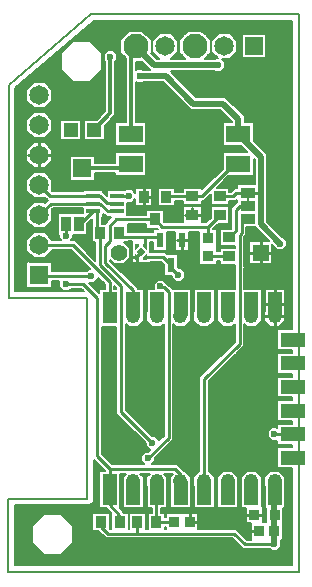
<source format=gbr>
G04 PROTEUS GERBER X2 FILE*
%TF.GenerationSoftware,Labcenter,Proteus,8.16-SP3-Build36097*%
%TF.CreationDate,2024-09-26T16:34:03+00:00*%
%TF.FileFunction,Copper,L1,Top*%
%TF.FilePolarity,Positive*%
%TF.Part,Single*%
%TF.SameCoordinates,{f118cff8-fadb-4bc5-a17f-1c91f2e22e42}*%
%FSLAX45Y45*%
%MOMM*%
G01*
%TA.AperFunction,Conductor*%
%ADD10C,0.254000*%
%ADD11C,0.508000*%
%ADD12C,0.304800*%
%ADD13C,0.203200*%
%TA.AperFunction,ViaPad*%
%ADD14C,0.600000*%
%TA.AperFunction,SMDPad,CuDef*%
%ADD15R,1.200000X2.000000*%
%ADD16R,2.000000X1.200000*%
%TA.AperFunction,ComponentPad*%
%ADD17R,1.484920X1.484920*%
%ADD18C,2.100000*%
%TA.AperFunction,SMDPad,CuDef*%
%ADD19R,2.100000X1.450000*%
%TA.AperFunction,SMDPad,CuDef*%
%ADD70R,0.889000X1.016000*%
%TA.AperFunction,SMDPad,CuDef*%
%ADD71R,0.990600X0.939800*%
%ADD20R,0.939800X0.990600*%
%ADD21R,0.810000X0.940000*%
%ADD22R,0.889000X0.889000*%
%TA.AperFunction,SMDPad,CuDef*%
%ADD23R,0.600000X1.250000*%
%TA.AperFunction,SMDPad,CuDef*%
%ADD24R,0.050000X0.050000*%
%AMPPAD017*
4,1,5,
0.155030,0.230000,
-0.155030,0.230000,
-0.155030,0.000000,
0.074970,-0.230000,
0.155030,-0.230000,
0.155030,0.230000,
0*%
%ADD25PPAD017*%
%AMPPAD018*
4,1,5,
-0.155030,0.230000,
0.155030,0.230000,
0.155030,0.000000,
-0.074970,-0.230000,
-0.155030,-0.230000,
-0.155030,0.230000,
0*%
%ADD26PPAD018*%
%AMPPAD019*
4,1,5,
-0.155030,-0.230000,
0.155030,-0.230000,
0.155030,0.000000,
-0.074970,0.230000,
-0.155030,0.230000,
-0.155030,-0.230000,
0*%
%ADD27PPAD019*%
%AMPPAD020*
4,1,5,
0.155030,-0.230000,
-0.155030,-0.230000,
-0.155030,0.000000,
0.074970,0.230000,
0.155030,0.230000,
0.155030,-0.230000,
0*%
%ADD28PPAD020*%
%AMPPAD021*
4,1,4,
0.000000,0.410000,
0.410000,0.000000,
0.000000,-0.410000,
-0.410000,0.000000,
0.000000,0.410000,
0*%
%ADD29PPAD021*%
%TA.AperFunction,ComponentPad*%
%ADD72C,1.397000*%
%ADD73R,1.397000X1.397000*%
%TA.AperFunction,ComponentPad*%
%ADD30R,1.270000X1.270000*%
%ADD31C,1.240000*%
%TA.AperFunction,SMDPad,CuDef*%
%ADD32R,1.200000X1.200000*%
%ADD33R,1.600000X1.500000*%
%TA.AperFunction,SMDPad,CuDef*%
%ADD34R,0.950000X0.950000*%
%TA.AperFunction,OtherPad,Unknown*%
%ADD35C,1.650000*%
%TA.AperFunction,SMDPad,CuDef*%
%ADD36R,1.150000X0.450000*%
%TA.AperFunction,WasherPad*%
%ADD37R,1.650000X1.650000*%
%TA.AperFunction,ComponentPad*%
%ADD38C,1.650000*%
%TA.AperFunction,SMDPad,CuDef*%
%ADD39R,0.900000X1.300000*%
%ADD40R,1.300000X0.900000*%
%TA.AperFunction,Profile*%
%ADD41C,0.177800*%
%TD.AperFunction*%
%TA.AperFunction,Conductor*%
G36*
X+1731838Y+2669999D02*
X+1605388Y+2669999D01*
X+1605388Y+2494121D01*
X+1731838Y+2494121D01*
X+1731838Y+2469999D01*
X+1605388Y+2469999D01*
X+1605388Y+2294121D01*
X+1731838Y+2294121D01*
X+1731838Y+2269999D01*
X+1605388Y+2269999D01*
X+1605388Y+2094121D01*
X+1731838Y+2094121D01*
X+1731838Y+2069999D01*
X+1605388Y+2069999D01*
X+1605388Y+1894121D01*
X+1731838Y+1894121D01*
X+1731838Y+1869999D01*
X+1605388Y+1869999D01*
X+1605388Y+1837779D01*
X+1603817Y+1839350D01*
X+1555819Y+1839350D01*
X+1521879Y+1805410D01*
X+1521879Y+1757412D01*
X+1555819Y+1723472D01*
X+1603817Y+1723472D01*
X+1605388Y+1725043D01*
X+1605388Y+1694121D01*
X+1731838Y+1694121D01*
X+1731838Y+1669999D01*
X+1605388Y+1669999D01*
X+1605388Y+1494121D01*
X+1731838Y+1494121D01*
X+1731838Y+673150D01*
X-614850Y+673150D01*
X-614850Y+1178851D01*
X+17702Y+1178851D01*
X+51180Y+1212329D01*
X+51180Y+1565348D01*
X+142688Y+1473840D01*
X+142688Y+1473499D01*
X+91888Y+1473499D01*
X+91888Y+1290621D01*
X+97388Y+1290621D01*
X+97388Y+1154121D01*
X+155849Y+1154121D01*
X+195071Y+1114899D01*
X+195071Y+980639D01*
X+186833Y+980639D01*
X+184929Y+982543D01*
X+184929Y+1117469D01*
X+35071Y+1117469D01*
X+35071Y+962531D01*
X+89997Y+962531D01*
X+153167Y+899361D01*
X+1221167Y+899361D01*
X+1311167Y+809361D01*
X+1538701Y+809361D01*
X+1556001Y+792061D01*
X+1603999Y+792061D01*
X+1637939Y+826001D01*
X+1637939Y+873999D01*
X+1633339Y+878599D01*
X+1633339Y+890061D01*
X+1648439Y+890061D01*
X+1648439Y+1027611D01*
X+1655109Y+1027611D01*
X+1655109Y+1154121D01*
X+1673266Y+1154121D01*
X+1673266Y+1419314D01*
X+1620581Y+1471999D01*
X+1546073Y+1471999D01*
X+1493388Y+1419314D01*
X+1493388Y+1344806D01*
X+1497388Y+1340806D01*
X+1497388Y+1154121D01*
X+1510331Y+1154121D01*
X+1510331Y+1039939D01*
X+1482389Y+1039939D01*
X+1482389Y+1172389D01*
X+1473266Y+1172389D01*
X+1473266Y+1419314D01*
X+1420581Y+1471999D01*
X+1346073Y+1471999D01*
X+1293388Y+1419314D01*
X+1293388Y+1344806D01*
X+1297388Y+1340806D01*
X+1297388Y+1154121D01*
X+1337611Y+1154121D01*
X+1337611Y+1027611D01*
X+1377561Y+1027611D01*
X+1377561Y+890639D01*
X+1344833Y+890639D01*
X+1254833Y+980639D01*
X+932439Y+980639D01*
X+932439Y+1114939D01*
X+661561Y+1114939D01*
X+661561Y+1080639D01*
X+654929Y+1080639D01*
X+654929Y+1117469D01*
X+620639Y+1117469D01*
X+620639Y+1154121D01*
X+673266Y+1154121D01*
X+673266Y+1419314D01*
X+644338Y+1448242D01*
X+719673Y+1448242D01*
X+720994Y+1446920D01*
X+693388Y+1419314D01*
X+693388Y+1344806D01*
X+697388Y+1340806D01*
X+697388Y+1154121D01*
X+873266Y+1154121D01*
X+873266Y+1419314D01*
X+820581Y+1471999D01*
X+810860Y+1471999D01*
X+753339Y+1529520D01*
X+541692Y+1529520D01*
X+565439Y+1553267D01*
X+565439Y+1577733D01*
X+724639Y+1736933D01*
X+724639Y+2713172D01*
X+746073Y+2691738D01*
X+820581Y+2691738D01*
X+873266Y+2744423D01*
X+873266Y+3009999D01*
X+718041Y+3009999D01*
X+671918Y+3056122D01*
X+671918Y+3056819D01*
X+637978Y+3090759D01*
X+589980Y+3090759D01*
X+556040Y+3056819D01*
X+556040Y+3009999D01*
X+497388Y+3009999D01*
X+497388Y+2822931D01*
X+493388Y+2818931D01*
X+493388Y+2744423D01*
X+546073Y+2691738D01*
X+620581Y+2691738D01*
X+643361Y+2714518D01*
X+643361Y+1770599D01*
X+604154Y+1731392D01*
X+604154Y+1733784D01*
X+570214Y+1767724D01*
X+545748Y+1767724D01*
X+322639Y+1990833D01*
X+322639Y+2715172D01*
X+346073Y+2691738D01*
X+420581Y+2691738D01*
X+473266Y+2744423D01*
X+473266Y+3009999D01*
X+423966Y+3009999D01*
X+423966Y+3015942D01*
X+188275Y+3251633D01*
X+188275Y+3253430D01*
X+221494Y+3220211D01*
X+302506Y+3220211D01*
X+359789Y+3277494D01*
X+359789Y+3358506D01*
X+309764Y+3408531D01*
X+340929Y+3408531D01*
X+340929Y+3414361D01*
X+373055Y+3414361D01*
X+373055Y+3231061D01*
X+524945Y+3231061D01*
X+524945Y+3241361D01*
X+620167Y+3241361D01*
X+646061Y+3215467D01*
X+646061Y+3124561D01*
X+709188Y+3124561D01*
X+709188Y+3105084D01*
X+743128Y+3071144D01*
X+791126Y+3071144D01*
X+825066Y+3105084D01*
X+825066Y+3153082D01*
X+791126Y+3187022D01*
X+770252Y+3187022D01*
X+761939Y+3195335D01*
X+761939Y+3305439D01*
X+671033Y+3305439D01*
X+653833Y+3322639D01*
X+524945Y+3322639D01*
X+524945Y+3413361D01*
X+551061Y+3413361D01*
X+551061Y+3334561D01*
X+666939Y+3334561D01*
X+666939Y+3498039D01*
X+741061Y+3498039D01*
X+741061Y+3334561D01*
X+856939Y+3334561D01*
X+856939Y+3498039D01*
X+942561Y+3498039D01*
X+942561Y+3215561D01*
X+1093439Y+3215561D01*
X+1093439Y+3250361D01*
X+1119227Y+3250361D01*
X+1119227Y+3213071D01*
X+1243361Y+3213071D01*
X+1243361Y+3009999D01*
X+1097388Y+3009999D01*
X+1097388Y+2822933D01*
X+1093386Y+2818931D01*
X+1093386Y+2744423D01*
X+1146071Y+2691738D01*
X+1220579Y+2691738D01*
X+1243361Y+2714520D01*
X+1243361Y+2565133D01*
X+942688Y+2264460D01*
X+942688Y+1468614D01*
X+893388Y+1419314D01*
X+893388Y+1344806D01*
X+897388Y+1340806D01*
X+897388Y+1154121D01*
X+1073266Y+1154121D01*
X+1073266Y+1419314D01*
X+1023966Y+1468614D01*
X+1023966Y+2230794D01*
X+1251339Y+2458167D01*
X+1251339Y+2444844D01*
X+1266077Y+2430106D01*
X+1286921Y+2430106D01*
X+1301659Y+2444844D01*
X+1301659Y+2465688D01*
X+1286921Y+2480426D01*
X+1273598Y+2480426D01*
X+1324639Y+2531467D01*
X+1324639Y+2713172D01*
X+1346073Y+2691738D01*
X+1420581Y+2691738D01*
X+1473266Y+2744423D01*
X+1473266Y+3009999D01*
X+1324639Y+3009999D01*
X+1324639Y+3185779D01*
X+1337578Y+3172840D01*
X+1358422Y+3172840D01*
X+1373160Y+3187578D01*
X+1373160Y+3208422D01*
X+1358422Y+3223160D01*
X+1337578Y+3223160D01*
X+1324639Y+3210221D01*
X+1324639Y+3450387D01*
X+1342639Y+3468387D01*
X+1342639Y+3533061D01*
X+1415614Y+3533061D01*
X+1532886Y+3415789D01*
X+1364211Y+3415789D01*
X+1364211Y+3220211D01*
X+1559789Y+3220211D01*
X+1559789Y+3388886D01*
X+1569706Y+3378969D01*
X+1569706Y+3372463D01*
X+1603646Y+3338523D01*
X+1651644Y+3338523D01*
X+1685584Y+3372463D01*
X+1685584Y+3420461D01*
X+1651644Y+3454401D01*
X+1645138Y+3454401D01*
X+1518001Y+3581538D01*
X+1518001Y+4151431D01*
X+1405939Y+4263493D01*
X+1405939Y+4421439D01*
X+1326339Y+4421439D01*
X+1326339Y+4472367D01*
X+1163821Y+4634885D01*
X+914547Y+4634885D01*
X+711339Y+4838093D01*
X+711339Y+4853639D01*
X+707869Y+4855076D01*
X+1075703Y+4855076D01*
X+1080303Y+4850476D01*
X+1128301Y+4850476D01*
X+1162241Y+4884416D01*
X+1162241Y+4932414D01*
X+1139094Y+4955561D01*
X+1201745Y+4955561D01*
X+1266439Y+5020255D01*
X+1266439Y+5111745D01*
X+1201745Y+5176439D01*
X+1110255Y+5176439D01*
X+1045561Y+5111745D01*
X+1045561Y+5020255D01*
X+1099462Y+4966354D01*
X+1080303Y+4966354D01*
X+1075703Y+4961754D01*
X+989758Y+4961754D01*
X+991819Y+4963815D01*
X+1008185Y+4963815D01*
X+1008185Y+4980181D01*
X+1038939Y+5010935D01*
X+1038939Y+5121065D01*
X+1008185Y+5151819D01*
X+1008185Y+5168185D01*
X+991819Y+5168185D01*
X+961065Y+5198939D01*
X+850935Y+5198939D01*
X+820181Y+5168185D01*
X+803815Y+5168185D01*
X+803815Y+5151819D01*
X+773061Y+5121065D01*
X+773061Y+5010935D01*
X+803815Y+4980181D01*
X+803815Y+4963815D01*
X+820181Y+4963815D01*
X+822242Y+4961754D01*
X+707938Y+4961754D01*
X+766439Y+5020255D01*
X+766439Y+5111745D01*
X+701745Y+5176439D01*
X+610255Y+5176439D01*
X+545561Y+5111745D01*
X+545561Y+5020255D01*
X+604062Y+4961754D01*
X+583676Y+4961754D01*
X+536717Y+5008713D01*
X+538939Y+5010935D01*
X+538939Y+5121065D01*
X+461065Y+5198939D01*
X+350935Y+5198939D01*
X+273061Y+5121065D01*
X+273061Y+5010935D01*
X+319821Y+4964175D01*
X+319821Y+4421439D01*
X+230061Y+4421439D01*
X+230061Y+4220561D01*
X+495939Y+4220561D01*
X+495939Y+4421439D01*
X+406179Y+4421439D01*
X+406179Y+4767883D01*
X+416001Y+4758061D01*
X+463999Y+4758061D01*
X+468599Y+4762661D01*
X+635906Y+4762661D01*
X+870359Y+4528209D01*
X+1119633Y+4528209D01*
X+1219661Y+4428181D01*
X+1219661Y+4421439D01*
X+1140061Y+4421439D01*
X+1140061Y+4220561D01*
X+1298007Y+4220561D01*
X+1351129Y+4167439D01*
X+1140061Y+4167439D01*
X+1140061Y+4030846D01*
X+963469Y+3854254D01*
X+963469Y+3870929D01*
X+808531Y+3870929D01*
X+808531Y+3836639D01*
X+735204Y+3836639D01*
X+735204Y+3869439D01*
X+590426Y+3869439D01*
X+590426Y+3711961D01*
X+735204Y+3711961D01*
X+735204Y+3755361D01*
X+808531Y+3755361D01*
X+808531Y+3721071D01*
X+963469Y+3721071D01*
X+963469Y+3755361D01*
X+979520Y+3755361D01*
X+1039201Y+3815042D01*
X+1039201Y+3721071D01*
X+1194139Y+3721071D01*
X+1194139Y+3755361D01*
X+1247983Y+3755361D01*
X+1261061Y+3768439D01*
X+1261061Y+3744534D01*
X+1213361Y+3696834D01*
X+1213361Y+3522929D01*
X+1119227Y+3522929D01*
X+1119227Y+3373071D01*
X+1243361Y+3373071D01*
X+1243361Y+3362929D01*
X+1119227Y+3362929D01*
X+1119227Y+3331639D01*
X+1093439Y+3331639D01*
X+1093439Y+3516439D01*
X+1058639Y+3516439D01*
X+1058639Y+3520497D01*
X+1099213Y+3561071D01*
X+1194139Y+3561071D01*
X+1194139Y+3710929D01*
X+1039201Y+3710929D01*
X+1039201Y+3616003D01*
X+1002515Y+3579317D01*
X+963469Y+3579317D01*
X+963469Y+3710929D01*
X+808531Y+3710929D01*
X+808531Y+3579317D01*
X+647190Y+3579317D01*
X+641224Y+3585283D01*
X+641224Y+3678939D01*
X+496446Y+3678939D01*
X+496446Y+3640839D01*
X+329439Y+3640839D01*
X+329439Y+3741061D01*
X+371999Y+3741061D01*
X+402466Y+3771528D01*
X+402466Y+3711961D01*
X+547244Y+3711961D01*
X+547244Y+3869439D01*
X+402466Y+3869439D01*
X+402466Y+3826472D01*
X+371999Y+3856939D01*
X+324001Y+3856939D01*
X+316501Y+3849439D01*
X+158561Y+3849439D01*
X+158561Y+3802278D01*
X+129439Y+3831400D01*
X+129439Y+3849439D01*
X-41439Y+3849439D01*
X-41439Y+3839639D01*
X-302167Y+3839639D01*
X-303172Y+3840644D01*
X-299561Y+3844255D01*
X-299561Y+3935745D01*
X-364255Y+4000439D01*
X-455745Y+4000439D01*
X-520439Y+3935745D01*
X-520439Y+3844255D01*
X-455745Y+3779561D01*
X-364255Y+3779561D01*
X-360644Y+3783172D01*
X-340472Y+3763000D01*
X-360644Y+3742828D01*
X-364255Y+3746439D01*
X-455745Y+3746439D01*
X-520439Y+3681745D01*
X-520439Y+3590255D01*
X-455745Y+3525561D01*
X-364255Y+3525561D01*
X-299561Y+3590255D01*
X-299561Y+3681745D01*
X-303172Y+3685356D01*
X-295167Y+3693361D01*
X-41439Y+3693361D01*
X-41439Y+3652939D01*
X-256939Y+3652939D01*
X-256939Y+3467061D01*
X-243607Y+3467061D01*
X-243607Y+3440573D01*
X-225673Y+3422639D01*
X-299561Y+3422639D01*
X-299561Y+3427745D01*
X-364255Y+3492439D01*
X-455745Y+3492439D01*
X-520439Y+3427745D01*
X-520439Y+3336255D01*
X-455745Y+3271561D01*
X-364255Y+3271561D01*
X-299561Y+3336255D01*
X-299561Y+3341361D01*
X-144848Y+3341361D01*
X+16574Y+3179939D01*
X+6001Y+3179939D01*
X-11299Y+3162639D01*
X-299561Y+3162639D01*
X-299561Y+3238439D01*
X-489979Y+3238439D01*
X-476840Y+3251578D01*
X-476840Y+3272422D01*
X-491578Y+3287160D01*
X-512422Y+3287160D01*
X-527160Y+3272422D01*
X-527160Y+3251578D01*
X-514021Y+3238439D01*
X-520439Y+3238439D01*
X-520439Y+3017561D01*
X-299561Y+3017561D01*
X-299561Y+3081361D01*
X-242577Y+3081361D01*
X-243939Y+3079999D01*
X-243939Y+3032001D01*
X-209999Y+2998061D01*
X-162001Y+2998061D01*
X-144701Y+3015361D01*
X-57133Y+3015361D01*
X-35922Y+2994150D01*
X-614453Y+2994150D01*
X-614453Y+4710721D01*
X+49327Y+5279850D01*
X+1731838Y+5279850D01*
X+1731838Y+2669999D01*
G37*
%TD.AperFunction*%
%LPC*%
G36*
X+1273264Y+1419314D02*
X+1273264Y+1409999D01*
X+1273266Y+1409999D01*
X+1273266Y+1154121D01*
X+1097388Y+1154121D01*
X+1097388Y+1340804D01*
X+1093386Y+1344806D01*
X+1093386Y+1419314D01*
X+1146071Y+1471999D01*
X+1220579Y+1471999D01*
X+1273264Y+1419314D01*
G37*
G36*
X+1673266Y+2754121D02*
X+1673266Y+2744423D01*
X+1620581Y+2691738D01*
X+1546073Y+2691738D01*
X+1493388Y+2744423D01*
X+1493388Y+2818931D01*
X+1497388Y+2822931D01*
X+1497388Y+3009999D01*
X+1673266Y+3009999D01*
X+1673266Y+2754121D01*
G37*
G36*
X+1073266Y+2754121D02*
X+1073266Y+2744423D01*
X+1020581Y+2691738D01*
X+946073Y+2691738D01*
X+893388Y+2744423D01*
X+893388Y+2818931D01*
X+897388Y+2822931D01*
X+897388Y+3009999D01*
X+1073266Y+3009999D01*
X+1073266Y+2754121D01*
G37*
G36*
X+1508185Y+4963815D02*
X+1303815Y+4963815D01*
X+1303815Y+5168185D01*
X+1508185Y+5168185D01*
X+1508185Y+4963815D01*
G37*
G36*
X+495939Y+3966561D02*
X+230061Y+3966561D01*
X+230061Y+3989821D01*
X+61939Y+3989821D01*
X+61939Y+3930061D01*
X-153939Y+3930061D01*
X-153939Y+4135939D01*
X+61939Y+4135939D01*
X+61939Y+4076179D01*
X+230061Y+4076179D01*
X+230061Y+4167439D01*
X+495939Y+4167439D01*
X+495939Y+3966561D01*
G37*
G36*
X+248635Y+4997303D02*
X+248635Y+4949305D01*
X+233875Y+4934545D01*
X+233875Y+4480811D01*
X+141939Y+4388875D01*
X+141939Y+4269061D01*
X-33939Y+4269061D01*
X-33939Y+4444939D01*
X+75875Y+4444939D01*
X+147517Y+4516581D01*
X+147517Y+4934545D01*
X+132757Y+4949305D01*
X+132757Y+4997303D01*
X+166697Y+5031243D01*
X+214695Y+5031243D01*
X+248635Y+4997303D01*
G37*
G36*
X-58061Y+4269061D02*
X-233939Y+4269061D01*
X-233939Y+4444939D01*
X-58061Y+4444939D01*
X-58061Y+4269061D01*
G37*
G36*
X-475259Y+858234D02*
X-475259Y+1001766D01*
X-373766Y+1103259D01*
X-230234Y+1103259D01*
X-128741Y+1001766D01*
X-128741Y+858234D01*
X-230234Y+756741D01*
X-373766Y+756741D01*
X-475259Y+858234D01*
G37*
G36*
X-227259Y+4868234D02*
X-227259Y+5011766D01*
X-125766Y+5113259D01*
X+17766Y+5113259D01*
X+119259Y+5011766D01*
X+119259Y+4868234D01*
X+17766Y+4766741D01*
X-125766Y+4766741D01*
X-227259Y+4868234D01*
G37*
G36*
X-364255Y+4033561D02*
X-455745Y+4033561D01*
X-520439Y+4098255D01*
X-520439Y+4189745D01*
X-455745Y+4254439D01*
X-364255Y+4254439D01*
X-299561Y+4189745D01*
X-299561Y+4098255D01*
X-364255Y+4033561D01*
G37*
G36*
X-364255Y+4287561D02*
X-455745Y+4287561D01*
X-520439Y+4352255D01*
X-520439Y+4443745D01*
X-455745Y+4508439D01*
X-364255Y+4508439D01*
X-299561Y+4443745D01*
X-299561Y+4352255D01*
X-364255Y+4287561D01*
G37*
G36*
X-364255Y+4541561D02*
X-455745Y+4541561D01*
X-520439Y+4606255D01*
X-520439Y+4697745D01*
X-455745Y+4762439D01*
X-364255Y+4762439D01*
X-299561Y+4697745D01*
X-299561Y+4606255D01*
X-364255Y+4541561D01*
G37*
G36*
X+1388079Y+768928D02*
X+1388079Y+789772D01*
X+1402817Y+804510D01*
X+1423661Y+804510D01*
X+1438399Y+789772D01*
X+1438399Y+768928D01*
X+1423661Y+754190D01*
X+1402817Y+754190D01*
X+1388079Y+768928D01*
G37*
G36*
X+1175679Y+768928D02*
X+1175679Y+789772D01*
X+1190417Y+804510D01*
X+1211261Y+804510D01*
X+1225999Y+789772D01*
X+1225999Y+768928D01*
X+1211261Y+754190D01*
X+1190417Y+754190D01*
X+1175679Y+768928D01*
G37*
G36*
X+963279Y+768928D02*
X+963279Y+789772D01*
X+978017Y+804510D01*
X+998861Y+804510D01*
X+1013599Y+789772D01*
X+1013599Y+768928D01*
X+998861Y+754190D01*
X+978017Y+754190D01*
X+963279Y+768928D01*
G37*
G36*
X-98721Y+768928D02*
X-98721Y+789772D01*
X-83983Y+804510D01*
X-63139Y+804510D01*
X-48401Y+789772D01*
X-48401Y+768928D01*
X-63139Y+754190D01*
X-83983Y+754190D01*
X-98721Y+768928D01*
G37*
G36*
X-523521Y+768928D02*
X-523521Y+789772D01*
X-508783Y+804510D01*
X-487939Y+804510D01*
X-473201Y+789772D01*
X-473201Y+768928D01*
X-487939Y+754190D01*
X-508783Y+754190D01*
X-523521Y+768928D01*
G37*
G36*
X-533810Y+981078D02*
X-533810Y+1001922D01*
X-519072Y+1016660D01*
X-498228Y+1016660D01*
X-483490Y+1001922D01*
X-483490Y+981078D01*
X-498228Y+966340D01*
X-519072Y+966340D01*
X-533810Y+981078D01*
G37*
G36*
X-125124Y+1062229D02*
X-125124Y+1083073D01*
X-110386Y+1097811D01*
X-89542Y+1097811D01*
X-74804Y+1083073D01*
X-74804Y+1062229D01*
X-89542Y+1047491D01*
X-110386Y+1047491D01*
X-125124Y+1062229D01*
G37*
G36*
X-533413Y+3513328D02*
X-533413Y+3534172D01*
X-518675Y+3548910D01*
X-497831Y+3548910D01*
X-483093Y+3534172D01*
X-483093Y+3513328D01*
X-497831Y+3498590D01*
X-518675Y+3498590D01*
X-533413Y+3513328D01*
G37*
G36*
X-533413Y+3725728D02*
X-533413Y+3746572D01*
X-518675Y+3761310D01*
X-497831Y+3761310D01*
X-483093Y+3746572D01*
X-483093Y+3725728D01*
X-497831Y+3710990D01*
X-518675Y+3710990D01*
X-533413Y+3725728D01*
G37*
G36*
X+71019Y+5163228D02*
X+71019Y+5184072D01*
X+85757Y+5198810D01*
X+106601Y+5198810D01*
X+121339Y+5184072D01*
X+121339Y+5163228D01*
X+106601Y+5148490D01*
X+85757Y+5148490D01*
X+71019Y+5163228D01*
G37*
G36*
X+1557819Y+5163228D02*
X+1557819Y+5184072D01*
X+1572557Y+5198810D01*
X+1593401Y+5198810D01*
X+1608139Y+5184072D01*
X+1608139Y+5163228D01*
X+1593401Y+5148490D01*
X+1572557Y+5148490D01*
X+1557819Y+5163228D01*
G37*
G36*
X+1628840Y+3679578D02*
X+1628840Y+3700422D01*
X+1643578Y+3715160D01*
X+1664422Y+3715160D01*
X+1679160Y+3700422D01*
X+1679160Y+3679578D01*
X+1664422Y+3664840D01*
X+1643578Y+3664840D01*
X+1628840Y+3679578D01*
G37*
G36*
X+1355255Y+1895299D02*
X+1355255Y+1916143D01*
X+1369993Y+1930881D01*
X+1390837Y+1930881D01*
X+1405575Y+1916143D01*
X+1405575Y+1895299D01*
X+1390837Y+1880561D01*
X+1369993Y+1880561D01*
X+1355255Y+1895299D01*
G37*
G36*
X+1355255Y+2263185D02*
X+1355255Y+2284029D01*
X+1369993Y+2298767D01*
X+1390837Y+2298767D01*
X+1405575Y+2284029D01*
X+1405575Y+2263185D01*
X+1390837Y+2248447D01*
X+1369993Y+2248447D01*
X+1355255Y+2263185D01*
G37*
G36*
X+1461455Y+2447128D02*
X+1461455Y+2467972D01*
X+1476193Y+2482710D01*
X+1497037Y+2482710D01*
X+1511775Y+2467972D01*
X+1511775Y+2447128D01*
X+1497037Y+2432390D01*
X+1476193Y+2432390D01*
X+1461455Y+2447128D01*
G37*
G36*
X+515055Y+4495128D02*
X+515055Y+4515972D01*
X+529793Y+4530710D01*
X+550637Y+4530710D01*
X+565375Y+4515972D01*
X+565375Y+4495128D01*
X+550637Y+4480390D01*
X+529793Y+4480390D01*
X+515055Y+4495128D01*
G37*
G36*
X-66945Y+4187128D02*
X-66945Y+4207972D01*
X-52207Y+4222710D01*
X-31363Y+4222710D01*
X-16625Y+4207972D01*
X-16625Y+4187128D01*
X-31363Y+4172390D01*
X-52207Y+4172390D01*
X-66945Y+4187128D01*
G37*
G36*
X+1093055Y+4449128D02*
X+1093055Y+4469972D01*
X+1107793Y+4484710D01*
X+1128637Y+4484710D01*
X+1143375Y+4469972D01*
X+1143375Y+4449128D01*
X+1128637Y+4434390D01*
X+1107793Y+4434390D01*
X+1093055Y+4449128D01*
G37*
G36*
X-245160Y+3923578D02*
X-245160Y+3944422D01*
X-230422Y+3959160D01*
X-209578Y+3959160D01*
X-194840Y+3944422D01*
X-194840Y+3923578D01*
X-209578Y+3908840D01*
X-230422Y+3908840D01*
X-245160Y+3923578D01*
G37*
G36*
X+1285093Y+1089428D02*
X+1285093Y+1110272D01*
X+1299831Y+1125010D01*
X+1320675Y+1125010D01*
X+1335413Y+1110272D01*
X+1335413Y+1089428D01*
X+1320675Y+1074690D01*
X+1299831Y+1074690D01*
X+1285093Y+1089428D01*
G37*
G36*
X-533413Y+4005728D02*
X-533413Y+4026572D01*
X-518675Y+4041310D01*
X-497831Y+4041310D01*
X-483093Y+4026572D01*
X-483093Y+4005728D01*
X-497831Y+3990990D01*
X-518675Y+3990990D01*
X-533413Y+4005728D01*
G37*
G36*
X-535413Y+4255728D02*
X-535413Y+4276572D01*
X-520675Y+4291310D01*
X-499831Y+4291310D01*
X-485093Y+4276572D01*
X-485093Y+4255728D01*
X-499831Y+4240990D01*
X-520675Y+4240990D01*
X-535413Y+4255728D01*
G37*
G36*
X-537413Y+4519728D02*
X-537413Y+4540572D01*
X-522675Y+4555310D01*
X-501831Y+4555310D01*
X-487093Y+4540572D01*
X-487093Y+4519728D01*
X-501831Y+4504990D01*
X-522675Y+4504990D01*
X-537413Y+4519728D01*
G37*
G36*
X+1626587Y+4855728D02*
X+1626587Y+4876572D01*
X+1641325Y+4891310D01*
X+1662169Y+4891310D01*
X+1676907Y+4876572D01*
X+1676907Y+4855728D01*
X+1662169Y+4840990D01*
X+1641325Y+4840990D01*
X+1626587Y+4855728D01*
G37*
G36*
X+1018587Y+5197728D02*
X+1018587Y+5218572D01*
X+1033325Y+5233310D01*
X+1054169Y+5233310D01*
X+1068907Y+5218572D01*
X+1068907Y+5197728D01*
X+1054169Y+5182990D01*
X+1033325Y+5182990D01*
X+1018587Y+5197728D01*
G37*
G36*
X+1254587Y+5195728D02*
X+1254587Y+5216572D01*
X+1269325Y+5231310D01*
X+1290169Y+5231310D01*
X+1304907Y+5216572D01*
X+1304907Y+5195728D01*
X+1290169Y+5180990D01*
X+1269325Y+5180990D01*
X+1254587Y+5195728D01*
G37*
G36*
X+294587Y+3907728D02*
X+294587Y+3928572D01*
X+309325Y+3943310D01*
X+330169Y+3943310D01*
X+344907Y+3928572D01*
X+344907Y+3907728D01*
X+330169Y+3892990D01*
X+309325Y+3892990D01*
X+294587Y+3907728D01*
G37*
G36*
X+1286840Y+993578D02*
X+1286840Y+1014422D01*
X+1301578Y+1029160D01*
X+1322422Y+1029160D01*
X+1337160Y+1014422D01*
X+1337160Y+993578D01*
X+1322422Y+978840D01*
X+1301578Y+978840D01*
X+1286840Y+993578D01*
G37*
G36*
X+250587Y+4701728D02*
X+250587Y+4722572D01*
X+265325Y+4737310D01*
X+286169Y+4737310D01*
X+300907Y+4722572D01*
X+300907Y+4701728D01*
X+286169Y+4686990D01*
X+265325Y+4686990D01*
X+250587Y+4701728D01*
G37*
G36*
X+668840Y+1579578D02*
X+668840Y+1600422D01*
X+683578Y+1615160D01*
X+704422Y+1615160D01*
X+719160Y+1600422D01*
X+719160Y+1579578D01*
X+704422Y+1564840D01*
X+683578Y+1564840D01*
X+668840Y+1579578D01*
G37*
G36*
X+819255Y+1963185D02*
X+819255Y+1984029D01*
X+833993Y+1998767D01*
X+854837Y+1998767D01*
X+869575Y+1984029D01*
X+869575Y+1963185D01*
X+854837Y+1948447D01*
X+833993Y+1948447D01*
X+819255Y+1963185D01*
G37*
G36*
X+818840Y+2209578D02*
X+818840Y+2230422D01*
X+833578Y+2245160D01*
X+854422Y+2245160D01*
X+869160Y+2230422D01*
X+869160Y+2209578D01*
X+854422Y+2194840D01*
X+833578Y+2194840D01*
X+818840Y+2209578D01*
G37*
G36*
X+813255Y+3243185D02*
X+813255Y+3264029D01*
X+827993Y+3278767D01*
X+848837Y+3278767D01*
X+863575Y+3264029D01*
X+863575Y+3243185D01*
X+848837Y+3228447D01*
X+827993Y+3228447D01*
X+813255Y+3243185D01*
G37*
G36*
X+1371255Y+3457185D02*
X+1371255Y+3478029D01*
X+1385993Y+3492767D01*
X+1406837Y+3492767D01*
X+1421575Y+3478029D01*
X+1421575Y+3457185D01*
X+1406837Y+3442447D01*
X+1385993Y+3442447D01*
X+1371255Y+3457185D01*
G37*
G36*
X+898587Y+4015728D02*
X+898587Y+4036572D01*
X+913325Y+4051310D01*
X+934169Y+4051310D01*
X+948907Y+4036572D01*
X+948907Y+4015728D01*
X+934169Y+4000990D01*
X+913325Y+4000990D01*
X+898587Y+4015728D01*
G37*
G36*
X+1626840Y+4569578D02*
X+1626840Y+4590422D01*
X+1641578Y+4605160D01*
X+1662422Y+4605160D01*
X+1677160Y+4590422D01*
X+1677160Y+4569578D01*
X+1662422Y+4554840D01*
X+1641578Y+4554840D01*
X+1626840Y+4569578D01*
G37*
G36*
X+1626840Y+4195578D02*
X+1626840Y+4216422D01*
X+1641578Y+4231160D01*
X+1662422Y+4231160D01*
X+1677160Y+4216422D01*
X+1677160Y+4195578D01*
X+1662422Y+4180840D01*
X+1641578Y+4180840D01*
X+1626840Y+4195578D01*
G37*
%LPD*%
%TA.AperFunction,Conductor*%
G36*
X+508245Y+4886321D02*
X+525228Y+4869338D01*
X+468599Y+4869338D01*
X+463999Y+4873939D01*
X+416001Y+4873939D01*
X+406179Y+4864117D01*
X+406179Y+4933061D01*
X+461065Y+4933061D01*
X+461285Y+4933281D01*
X+508245Y+4886321D01*
G37*
%TD.AperFunction*%
%TA.AperFunction,Conductor*%
G36*
X+1411323Y+4107245D02*
X+1411323Y+3896939D01*
X+1261061Y+3896939D01*
X+1261061Y+3864639D01*
X+1242317Y+3864639D01*
X+1214317Y+3836639D01*
X+1194139Y+3836639D01*
X+1194139Y+3870929D01*
X+1095088Y+3870929D01*
X+1190720Y+3966561D01*
X+1405939Y+3966561D01*
X+1405939Y+4112629D01*
X+1411323Y+4107245D01*
G37*
%TD.AperFunction*%
%TA.AperFunction,Conductor*%
G36*
X+151429Y+3628361D02*
X+158561Y+3628361D01*
X+158561Y+3618561D01*
X+198888Y+3618561D01*
X+143796Y+3563469D01*
X+116639Y+3563469D01*
X+116639Y+3618561D01*
X+129439Y+3618561D01*
X+129439Y+3650351D01*
X+151429Y+3628361D01*
G37*
%TD.AperFunction*%
%TA.AperFunction,Conductor*%
G36*
X+496446Y+3521461D02*
X+590102Y+3521461D01*
X+596124Y+3515439D01*
X+551061Y+3515439D01*
X+551061Y+3494639D01*
X+499833Y+3494639D01*
X+498833Y+3495639D01*
X+340929Y+3495639D01*
X+340929Y+3559561D01*
X+496446Y+3559561D01*
X+496446Y+3521461D01*
G37*
%TD.AperFunction*%
%TA.AperFunction,Conductor*%
G36*
X+35361Y+3563469D02*
X+31071Y+3563469D01*
X+31071Y+3408531D01*
X+62552Y+3408531D01*
X+62552Y+3248904D01*
X-111182Y+3422639D01*
X-145663Y+3422639D01*
X-127729Y+3440573D01*
X-127729Y+3467061D01*
X-3061Y+3467061D01*
X-3061Y+3564467D01*
X+35361Y+3602889D01*
X+35361Y+3563469D01*
G37*
%TD.AperFunction*%
%TA.AperFunction,Conductor*%
G36*
X+241361Y+3016217D02*
X+241361Y+3009999D01*
X+223966Y+3009999D01*
X+223966Y+3033611D01*
X+241361Y+3016217D01*
G37*
%TD.AperFunction*%
%TA.AperFunction,Conductor*%
G36*
X+142688Y+3053825D02*
X+142688Y+3009999D01*
X+97388Y+3009999D01*
X+97388Y+2975784D01*
X+9111Y+3064061D01*
X+53999Y+3064061D01*
X+87939Y+3098001D01*
X+87939Y+3108574D01*
X+142688Y+3053825D01*
G37*
%TD.AperFunction*%
%TA.AperFunction,Conductor*%
G36*
X+241361Y+1957167D02*
X+488276Y+1710252D01*
X+488276Y+1685786D01*
X+522216Y+1651846D01*
X+524608Y+1651846D01*
X+507967Y+1635205D01*
X+483501Y+1635205D01*
X+449561Y+1601265D01*
X+449561Y+1553267D01*
X+473308Y+1529520D01*
X+201952Y+1529520D01*
X+120639Y+1610833D01*
X+120639Y+2690238D01*
X+241361Y+2690238D01*
X+241361Y+1957167D01*
G37*
%TD.AperFunction*%
%LPC*%
G36*
X+134840Y+1823578D02*
X+134840Y+1844422D01*
X+149578Y+1859160D01*
X+170422Y+1859160D01*
X+185160Y+1844422D01*
X+185160Y+1823578D01*
X+170422Y+1808840D01*
X+149578Y+1808840D01*
X+134840Y+1823578D01*
G37*
G36*
X+132220Y+2376434D02*
X+132220Y+2397278D01*
X+146958Y+2412016D01*
X+167802Y+2412016D01*
X+182540Y+2397278D01*
X+182540Y+2376434D01*
X+167802Y+2361696D01*
X+146958Y+2361696D01*
X+132220Y+2376434D01*
G37*
G36*
X+132220Y+2588834D02*
X+132220Y+2609678D01*
X+146958Y+2624416D01*
X+167802Y+2624416D01*
X+182540Y+2609678D01*
X+182540Y+2588834D01*
X+167802Y+2574096D01*
X+146958Y+2574096D01*
X+132220Y+2588834D01*
G37*
%LPD*%
%TA.AperFunction,Conductor*%
G36*
X+493388Y+1419314D02*
X+493388Y+1344806D01*
X+497388Y+1340805D01*
X+497388Y+1154121D01*
X+539361Y+1154121D01*
X+539361Y+1117469D01*
X+505071Y+1117469D01*
X+505071Y+980639D01*
X+494929Y+980639D01*
X+494929Y+1117469D01*
X+345071Y+1117469D01*
X+345071Y+980639D01*
X+344929Y+980639D01*
X+344929Y+1117469D01*
X+307445Y+1117469D01*
X+270793Y+1154121D01*
X+273266Y+1154121D01*
X+273266Y+1290621D01*
X+274766Y+1290621D01*
X+274766Y+1448242D01*
X+322316Y+1448242D01*
X+293388Y+1419314D01*
X+293388Y+1344806D01*
X+297388Y+1340806D01*
X+297388Y+1154121D01*
X+473266Y+1154121D01*
X+473266Y+1419314D01*
X+444338Y+1448242D01*
X+522316Y+1448242D01*
X+493388Y+1419314D01*
G37*
%TD.AperFunction*%
%TA.AperFunction,Conductor*%
G36*
X+661561Y+980639D02*
X+654929Y+980639D01*
X+654929Y+999361D01*
X+661561Y+999361D01*
X+661561Y+980639D01*
G37*
%TD.AperFunction*%
D10*
X+585327Y+1282060D02*
X+585327Y+1259437D01*
X+583327Y+1261696D01*
X+583327Y+1280060D01*
X+583327Y+1382060D02*
X+583327Y+1280060D01*
X+585327Y+1282060D02*
X+583327Y+1280060D01*
X+580000Y+1276733D01*
X+580000Y+1040000D01*
X+1585326Y+2882060D02*
X+1585327Y+2882060D01*
X+985327Y+2882060D02*
X+983327Y+2880060D01*
X+983327Y+2781677D01*
X+1385327Y+2882060D02*
X+1383327Y+2880060D01*
X+1383327Y+2781677D01*
X+1185327Y+2882060D02*
X+1183325Y+2880058D01*
X+1183325Y+2781677D01*
X+185327Y+1282060D02*
X+185327Y+1182115D01*
X+267421Y+1100021D01*
X+267421Y+1042579D01*
X+270000Y+1040000D01*
X+185327Y+1282060D02*
X+183327Y+1284060D01*
X+183327Y+1382060D01*
X+785327Y+1282060D02*
X+783327Y+1284060D01*
X+783327Y+1382060D01*
X+383327Y+2880060D02*
X+385327Y+2882060D01*
X+183327Y+2880060D02*
X+185327Y+2882060D01*
D11*
X+1580000Y+1055550D02*
X+1580000Y+1264796D01*
X+1586512Y+1271308D01*
X+1585327Y+1282060D01*
D10*
X+1580000Y+1055550D02*
X+1582720Y+1100000D01*
X+1585327Y+1290000D02*
X+1585327Y+1297177D01*
X+1585327Y+1282060D02*
X+1585327Y+1290000D01*
X+1583327Y+1288000D02*
X+1585327Y+1290000D01*
X+1585327Y+1282060D02*
X+1583327Y+1284060D01*
X+1583327Y+1288000D01*
X+1583327Y+1382060D01*
X+420000Y+940000D02*
X+420000Y+1040000D01*
X+1583327Y+2872832D02*
X+1583327Y+2887977D01*
X+1588611Y+2878116D02*
X+1583327Y+2872832D01*
X+1583327Y+2781677D02*
X+1583327Y+2872832D01*
D11*
X+1580000Y+965000D02*
X+1573631Y+962029D01*
X+1580000Y+955660D01*
X+1580000Y+850000D01*
X+1580000Y+960000D02*
X+1580000Y+965000D01*
X+1580000Y+1055550D01*
X+1104302Y+4908415D02*
X+1105611Y+4909724D01*
D10*
X+783327Y+2781677D02*
X+783327Y+2880060D01*
X+785327Y+2882060D01*
X+583327Y+2781677D02*
X+583327Y+2880060D01*
X+585327Y+2882060D01*
X+383327Y+1382060D02*
X+383327Y+1284060D01*
X+385327Y+1282060D01*
X+1385327Y+1282060D02*
X+1385327Y+1384274D01*
X+1383921Y+1385680D01*
X+1383327Y+1382060D01*
X+1185327Y+1282060D02*
X+1185327Y+1380058D01*
X+1183325Y+1382060D01*
X+985327Y+1282060D02*
X+985327Y+1380060D01*
X+983327Y+1382060D01*
X+44000Y+3799000D02*
X+104367Y+3799000D01*
X+163182Y+3740185D01*
X+237815Y+3740185D01*
X+244000Y+3734000D01*
X+44000Y+3734000D02*
X+103262Y+3734000D01*
X+168262Y+3669000D01*
X+244000Y+3669000D01*
X+481503Y+3282000D02*
X+481512Y+3282000D01*
X+637000Y+3282000D01*
X+704000Y+3215000D01*
X+730000Y+1040000D02*
X+588331Y+1040000D01*
X+586933Y+1041398D01*
X+580000Y+1040000D01*
D11*
X+440000Y+4816000D02*
X+656000Y+4816000D01*
X+658000Y+4818000D01*
X+658000Y+4816000D01*
X+892453Y+4581547D01*
X+1141727Y+4581547D01*
X+1273000Y+4450274D01*
X+1273000Y+4321000D01*
D12*
X-46000Y+4033000D02*
X+329000Y+4033000D01*
X+363000Y+4067000D01*
D11*
X+1104302Y+4908415D02*
X+561584Y+4908415D01*
X+406000Y+5063999D01*
X+406000Y+5066000D01*
D12*
X+363000Y+4321000D02*
X+363000Y+5023000D01*
X+406000Y+5066000D01*
D10*
X+383327Y+2880060D02*
X+383327Y+2781677D01*
X+706000Y+3214000D02*
X+706000Y+3215000D01*
X+705000Y+3214000D02*
X+705873Y+3213127D01*
X+705000Y+3214000D01*
X+706000Y+3215000D02*
X+706747Y+3215000D01*
X+704000Y+3215000D01*
X+706000Y+3214000D02*
X+705000Y+3214000D01*
X+704000Y+3215000D01*
D12*
X+704000Y+3192210D01*
X+767127Y+3129083D01*
D10*
X+420000Y+940000D02*
X+170000Y+940000D01*
X+110000Y+1000000D01*
X+110000Y+1040000D01*
X+110000Y+1052000D01*
X-410000Y+3890000D02*
X-319000Y+3799000D01*
X+44000Y+3799000D01*
X-410000Y+3636000D02*
X-312000Y+3734000D01*
X+44000Y+3734000D01*
X+183327Y+2781677D02*
X+183327Y+2880060D01*
X+183327Y+3070658D01*
X-128015Y+3382000D01*
X-410000Y+3382000D01*
D12*
X+190696Y+4973304D02*
X+190696Y+4498696D01*
X+52488Y+4360488D01*
X+52488Y+4358512D01*
X+54000Y+4357000D01*
D10*
X+1733327Y+1782060D02*
X+1580467Y+1782060D01*
X+1579818Y+1781411D01*
X+44000Y+3669000D02*
X+76000Y+3669000D01*
X+76000Y+3516000D01*
X+106000Y+3486000D01*
X+482000Y+3455000D02*
X+297000Y+3455000D01*
X+266000Y+3486000D01*
X+482000Y+3455000D02*
X+482000Y+3376105D01*
X+482053Y+3376052D01*
X+481503Y+3368000D01*
X+609000Y+3425000D02*
X+580000Y+3454000D01*
X+483000Y+3454000D01*
X+482000Y+3455000D01*
X+1580000Y+850000D02*
X+1328000Y+850000D01*
X+1238000Y+940000D01*
X+420000Y+940000D01*
X+44000Y+3669000D02*
X-65000Y+3560000D01*
X-76000Y+3560000D01*
X+183327Y+1382060D02*
X+183327Y+1484788D01*
X+187420Y+1488881D01*
X+785327Y+1282060D02*
X+785327Y+1440060D01*
X+736506Y+1488881D01*
X+187420Y+1488881D01*
X+449000Y+3325000D02*
X+416497Y+3292497D01*
X+416497Y+3284500D01*
X+416488Y+3282000D01*
X+568835Y+3600200D02*
X+237999Y+3600200D01*
X+184000Y+3546201D01*
X+184000Y+3416001D01*
X+147636Y+3379637D01*
X+147636Y+3234800D01*
X+383327Y+2999109D01*
X+383327Y+2880060D01*
X+187420Y+1488881D02*
X+185119Y+1488881D01*
X+80000Y+1594000D01*
X+80000Y+2935700D01*
X-40300Y+3056000D01*
X-186000Y+3056000D01*
X-185668Y+3464572D02*
X-184000Y+3466240D01*
X-184000Y+3560000D01*
X+244000Y+3799000D02*
X+348000Y+3799000D01*
X+30000Y+3122000D02*
X-386000Y+3122000D01*
X-393000Y+3115000D01*
X-408000Y+3130000D01*
X-410000Y+3128000D01*
X+106000Y+3486000D02*
X+103191Y+3483191D01*
X+103191Y+3211859D01*
X+282000Y+3033050D01*
X+282000Y+1974000D01*
X+546215Y+1709785D01*
X+613979Y+3032820D02*
X+618920Y+3028930D01*
X+641638Y+3028930D01*
X+684000Y+2986568D01*
X+684000Y+1753766D01*
X+507500Y+1577266D01*
X+1273000Y+4067000D02*
X+1233687Y+4067000D01*
X+962687Y+3796000D01*
X+886000Y+3796000D01*
X+668115Y+3796000D01*
X+662815Y+3790700D01*
X+1116670Y+3796000D02*
X+1231150Y+3796000D01*
X+1258437Y+3823287D01*
X+1259150Y+3824000D01*
X+1354000Y+3824000D01*
X+1462662Y+3824000D01*
X+1464662Y+3826000D01*
D11*
X+1273000Y+4321000D02*
X+1464662Y+4129338D01*
X+1464662Y+3826000D01*
X+1464662Y+3559445D01*
X+1627645Y+3396462D01*
D10*
X+1018000Y+3441000D02*
X+1018000Y+3537330D01*
X+1019348Y+3538678D01*
X+568835Y+3600200D02*
X+630357Y+3538678D01*
X+1019348Y+3538678D01*
X+1116670Y+3636000D01*
X+1018000Y+3291000D02*
X+1193696Y+3291000D01*
X+1196696Y+3288000D01*
X+1354000Y+3715000D02*
X+1352745Y+3713745D01*
X+1287744Y+3713745D01*
X+1254000Y+3680001D01*
X+1254000Y+3505304D01*
X+1196696Y+3448000D01*
D13*
X+1354000Y+3824000D02*
X+1354000Y+3715000D01*
D10*
X+983327Y+1382060D02*
X+983327Y+2247627D01*
X+1284000Y+2548300D01*
X+1284000Y+3467220D01*
X+1302000Y+3485220D01*
X+1302000Y+3572000D01*
X+1336000Y+3606000D01*
X+1354000Y+3606000D01*
D14*
X+440000Y+4816000D03*
X+1104302Y+4908415D03*
X+1627645Y+3396462D03*
X+767127Y+3129083D03*
X+1579818Y+1781411D03*
X+190696Y+4973304D03*
X+1413239Y+779350D03*
X+1200839Y+779350D03*
X+988439Y+779350D03*
X-73561Y+779350D03*
X-498361Y+779350D03*
X-508650Y+991500D03*
X-99964Y+1072651D03*
X+160000Y+1834000D03*
X+157380Y+2386856D03*
X+157380Y+2599256D03*
X-508253Y+3523750D03*
X-508253Y+3736150D03*
X+96179Y+5173650D03*
X+1582979Y+5173650D03*
X+1654000Y+3690000D03*
X+1380415Y+1905721D03*
X+1380415Y+2273607D03*
X+1486615Y+2457550D03*
X+540215Y+4505550D03*
X-41785Y+4197550D03*
X+1118215Y+4459550D03*
X-220000Y+3934000D03*
X+1310253Y+1099850D03*
X-502000Y+3262000D03*
X-508253Y+4016150D03*
X-510253Y+4266150D03*
X-512253Y+4530150D03*
X+1651747Y+4866150D03*
X+1043747Y+5208150D03*
X+1279747Y+5206150D03*
X+319747Y+3918150D03*
X+1312000Y+1004000D03*
X+1580000Y+850000D03*
X+275747Y+4712150D03*
X-186000Y+3056000D03*
X-185668Y+3464572D03*
X+348000Y+3799000D03*
X+30000Y+3122000D03*
X+546215Y+1709785D03*
X+694000Y+1590000D03*
X+613979Y+3032820D03*
X+507500Y+1577266D03*
X+1276499Y+2455266D03*
X+844415Y+1973607D03*
X+844000Y+2220000D03*
X+838415Y+3253607D03*
X+1396415Y+3467607D03*
X+1348000Y+3198000D03*
X+923747Y+4026150D03*
X+1652000Y+4580000D03*
X+1652000Y+4206000D03*
D13*
X+1731838Y+2669999D02*
X+1605388Y+2669999D01*
X+1605388Y+2494121D01*
X+1731838Y+2494121D01*
X+1731838Y+2469999D01*
X+1605388Y+2469999D01*
X+1605388Y+2294121D01*
X+1731838Y+2294121D01*
X+1731838Y+2269999D01*
X+1605388Y+2269999D01*
X+1605388Y+2094121D01*
X+1731838Y+2094121D01*
X+1731838Y+2069999D01*
X+1605388Y+2069999D01*
X+1605388Y+1894121D01*
X+1731838Y+1894121D01*
X+1731838Y+1869999D01*
X+1605388Y+1869999D01*
X+1605388Y+1837779D01*
X+1603817Y+1839350D01*
X+1555819Y+1839350D01*
X+1521879Y+1805410D01*
X+1521879Y+1757412D01*
X+1555819Y+1723472D01*
X+1603817Y+1723472D01*
X+1605388Y+1725043D01*
X+1605388Y+1694121D01*
X+1731838Y+1694121D01*
X+1731838Y+1669999D01*
X+1605388Y+1669999D01*
X+1605388Y+1494121D01*
X+1731838Y+1494121D01*
X+1731838Y+673150D01*
X-614850Y+673150D01*
X-614850Y+1178851D01*
X+17702Y+1178851D01*
X+51180Y+1212329D01*
X+51180Y+1565348D01*
X+142688Y+1473840D01*
X+142688Y+1473499D01*
X+91888Y+1473499D01*
X+91888Y+1290621D01*
X+97388Y+1290621D01*
X+97388Y+1154121D01*
X+155849Y+1154121D01*
X+195071Y+1114899D01*
X+195071Y+980639D01*
X+186833Y+980639D01*
X+184929Y+982543D01*
X+184929Y+1117469D01*
X+35071Y+1117469D01*
X+35071Y+962531D01*
X+89997Y+962531D01*
X+153167Y+899361D01*
X+1221167Y+899361D01*
X+1311167Y+809361D01*
X+1538701Y+809361D01*
X+1556001Y+792061D01*
X+1603999Y+792061D01*
X+1637939Y+826001D01*
X+1637939Y+873999D01*
X+1633339Y+878599D01*
X+1633339Y+890061D01*
X+1648439Y+890061D01*
X+1648439Y+1027611D01*
X+1655109Y+1027611D01*
X+1655109Y+1154121D01*
X+1673266Y+1154121D01*
X+1673266Y+1419314D01*
X+1620581Y+1471999D01*
X+1546073Y+1471999D01*
X+1493388Y+1419314D01*
X+1493388Y+1344806D01*
X+1497388Y+1340806D01*
X+1497388Y+1154121D01*
X+1510331Y+1154121D01*
X+1510331Y+1039939D01*
X+1482389Y+1039939D01*
X+1482389Y+1172389D01*
X+1473266Y+1172389D01*
X+1473266Y+1419314D01*
X+1420581Y+1471999D01*
X+1346073Y+1471999D01*
X+1293388Y+1419314D01*
X+1293388Y+1344806D01*
X+1297388Y+1340806D01*
X+1297388Y+1154121D01*
X+1337611Y+1154121D01*
X+1337611Y+1027611D01*
X+1377561Y+1027611D01*
X+1377561Y+890639D01*
X+1344833Y+890639D01*
X+1254833Y+980639D01*
X+932439Y+980639D01*
X+932439Y+1114939D01*
X+661561Y+1114939D01*
X+661561Y+1080639D01*
X+654929Y+1080639D01*
X+654929Y+1117469D01*
X+620639Y+1117469D01*
X+620639Y+1154121D01*
X+673266Y+1154121D01*
X+673266Y+1419314D01*
X+644338Y+1448242D01*
X+719673Y+1448242D01*
X+720994Y+1446920D01*
X+693388Y+1419314D01*
X+693388Y+1344806D01*
X+697388Y+1340806D01*
X+697388Y+1154121D01*
X+873266Y+1154121D01*
X+873266Y+1419314D01*
X+820581Y+1471999D01*
X+810860Y+1471999D01*
X+753339Y+1529520D01*
X+541692Y+1529520D01*
X+565439Y+1553267D01*
X+565439Y+1577733D01*
X+724639Y+1736933D01*
X+724639Y+2713172D01*
X+746073Y+2691738D01*
X+820581Y+2691738D01*
X+873266Y+2744423D01*
X+873266Y+3009999D01*
X+718041Y+3009999D01*
X+671918Y+3056122D01*
X+671918Y+3056819D01*
X+637978Y+3090759D01*
X+589980Y+3090759D01*
X+556040Y+3056819D01*
X+556040Y+3009999D01*
X+497388Y+3009999D01*
X+497388Y+2822931D01*
X+493388Y+2818931D01*
X+493388Y+2744423D01*
X+546073Y+2691738D01*
X+620581Y+2691738D01*
X+643361Y+2714518D01*
X+643361Y+1770599D01*
X+604154Y+1731392D01*
X+604154Y+1733784D01*
X+570214Y+1767724D01*
X+545748Y+1767724D01*
X+322639Y+1990833D01*
X+322639Y+2715172D01*
X+346073Y+2691738D01*
X+420581Y+2691738D01*
X+473266Y+2744423D01*
X+473266Y+3009999D01*
X+423966Y+3009999D01*
X+423966Y+3015942D01*
X+188275Y+3251633D01*
X+188275Y+3253430D01*
X+221494Y+3220211D01*
X+302506Y+3220211D01*
X+359789Y+3277494D01*
X+359789Y+3358506D01*
X+309764Y+3408531D01*
X+340929Y+3408531D01*
X+340929Y+3414361D01*
X+373055Y+3414361D01*
X+373055Y+3231061D01*
X+524945Y+3231061D01*
X+524945Y+3241361D01*
X+620167Y+3241361D01*
X+646061Y+3215467D01*
X+646061Y+3124561D01*
X+709188Y+3124561D01*
X+709188Y+3105084D01*
X+743128Y+3071144D01*
X+791126Y+3071144D01*
X+825066Y+3105084D01*
X+825066Y+3153082D01*
X+791126Y+3187022D01*
X+770252Y+3187022D01*
X+761939Y+3195335D01*
X+761939Y+3305439D01*
X+671033Y+3305439D01*
X+653833Y+3322639D01*
X+524945Y+3322639D01*
X+524945Y+3413361D01*
X+551061Y+3413361D01*
X+551061Y+3334561D01*
X+666939Y+3334561D01*
X+666939Y+3498039D01*
X+741061Y+3498039D01*
X+741061Y+3334561D01*
X+856939Y+3334561D01*
X+856939Y+3498039D01*
X+942561Y+3498039D01*
X+942561Y+3215561D01*
X+1093439Y+3215561D01*
X+1093439Y+3250361D01*
X+1119227Y+3250361D01*
X+1119227Y+3213071D01*
X+1243361Y+3213071D01*
X+1243361Y+3009999D01*
X+1097388Y+3009999D01*
X+1097388Y+2822933D01*
X+1093386Y+2818931D01*
X+1093386Y+2744423D01*
X+1146071Y+2691738D01*
X+1220579Y+2691738D01*
X+1243361Y+2714520D01*
X+1243361Y+2565133D01*
X+942688Y+2264460D01*
X+942688Y+1468614D01*
X+893388Y+1419314D01*
X+893388Y+1344806D01*
X+897388Y+1340806D01*
X+897388Y+1154121D01*
X+1073266Y+1154121D01*
X+1073266Y+1419314D01*
X+1023966Y+1468614D01*
X+1023966Y+2230794D01*
X+1251339Y+2458167D01*
X+1251339Y+2444844D01*
X+1266077Y+2430106D01*
X+1286921Y+2430106D01*
X+1301659Y+2444844D01*
X+1301659Y+2465688D01*
X+1286921Y+2480426D01*
X+1273598Y+2480426D01*
X+1324639Y+2531467D01*
X+1324639Y+2713172D01*
X+1346073Y+2691738D01*
X+1420581Y+2691738D01*
X+1473266Y+2744423D01*
X+1473266Y+3009999D01*
X+1324639Y+3009999D01*
X+1324639Y+3185779D01*
X+1337578Y+3172840D01*
X+1358422Y+3172840D01*
X+1373160Y+3187578D01*
X+1373160Y+3208422D01*
X+1358422Y+3223160D01*
X+1337578Y+3223160D01*
X+1324639Y+3210221D01*
X+1324639Y+3450387D01*
X+1342639Y+3468387D01*
X+1342639Y+3533061D01*
X+1415614Y+3533061D01*
X+1532886Y+3415789D01*
X+1364211Y+3415789D01*
X+1364211Y+3220211D01*
X+1559789Y+3220211D01*
X+1559789Y+3388886D01*
X+1569706Y+3378969D01*
X+1569706Y+3372463D01*
X+1603646Y+3338523D01*
X+1651644Y+3338523D01*
X+1685584Y+3372463D01*
X+1685584Y+3420461D01*
X+1651644Y+3454401D01*
X+1645138Y+3454401D01*
X+1518001Y+3581538D01*
X+1518001Y+4151431D01*
X+1405939Y+4263493D01*
X+1405939Y+4421439D01*
X+1326339Y+4421439D01*
X+1326339Y+4472367D01*
X+1163821Y+4634885D01*
X+914547Y+4634885D01*
X+711339Y+4838093D01*
X+711339Y+4853639D01*
X+707869Y+4855076D01*
X+1075703Y+4855076D01*
X+1080303Y+4850476D01*
X+1128301Y+4850476D01*
X+1162241Y+4884416D01*
X+1162241Y+4932414D01*
X+1139094Y+4955561D01*
X+1201745Y+4955561D01*
X+1266439Y+5020255D01*
X+1266439Y+5111745D01*
X+1201745Y+5176439D01*
X+1110255Y+5176439D01*
X+1045561Y+5111745D01*
X+1045561Y+5020255D01*
X+1099462Y+4966354D01*
X+1080303Y+4966354D01*
X+1075703Y+4961754D01*
X+989758Y+4961754D01*
X+991819Y+4963815D01*
X+1008185Y+4963815D01*
X+1008185Y+4980181D01*
X+1038939Y+5010935D01*
X+1038939Y+5121065D01*
X+1008185Y+5151819D01*
X+1008185Y+5168185D01*
X+991819Y+5168185D01*
X+961065Y+5198939D01*
X+850935Y+5198939D01*
X+820181Y+5168185D01*
X+803815Y+5168185D01*
X+803815Y+5151819D01*
X+773061Y+5121065D01*
X+773061Y+5010935D01*
X+803815Y+4980181D01*
X+803815Y+4963815D01*
X+820181Y+4963815D01*
X+822242Y+4961754D01*
X+707938Y+4961754D01*
X+766439Y+5020255D01*
X+766439Y+5111745D01*
X+701745Y+5176439D01*
X+610255Y+5176439D01*
X+545561Y+5111745D01*
X+545561Y+5020255D01*
X+604062Y+4961754D01*
X+583676Y+4961754D01*
X+536717Y+5008713D01*
X+538939Y+5010935D01*
X+538939Y+5121065D01*
X+461065Y+5198939D01*
X+350935Y+5198939D01*
X+273061Y+5121065D01*
X+273061Y+5010935D01*
X+319821Y+4964175D01*
X+319821Y+4421439D01*
X+230061Y+4421439D01*
X+230061Y+4220561D01*
X+495939Y+4220561D01*
X+495939Y+4421439D01*
X+406179Y+4421439D01*
X+406179Y+4767883D01*
X+416001Y+4758061D01*
X+463999Y+4758061D01*
X+468599Y+4762661D01*
X+635906Y+4762661D01*
X+870359Y+4528209D01*
X+1119633Y+4528209D01*
X+1219661Y+4428181D01*
X+1219661Y+4421439D01*
X+1140061Y+4421439D01*
X+1140061Y+4220561D01*
X+1298007Y+4220561D01*
X+1351129Y+4167439D01*
X+1140061Y+4167439D01*
X+1140061Y+4030846D01*
X+963469Y+3854254D01*
X+963469Y+3870929D01*
X+808531Y+3870929D01*
X+808531Y+3836639D01*
X+735204Y+3836639D01*
X+735204Y+3869439D01*
X+590426Y+3869439D01*
X+590426Y+3711961D01*
X+735204Y+3711961D01*
X+735204Y+3755361D01*
X+808531Y+3755361D01*
X+808531Y+3721071D01*
X+963469Y+3721071D01*
X+963469Y+3755361D01*
X+979520Y+3755361D01*
X+1039201Y+3815042D01*
X+1039201Y+3721071D01*
X+1194139Y+3721071D01*
X+1194139Y+3755361D01*
X+1247983Y+3755361D01*
X+1261061Y+3768439D01*
X+1261061Y+3744534D01*
X+1213361Y+3696834D01*
X+1213361Y+3522929D01*
X+1119227Y+3522929D01*
X+1119227Y+3373071D01*
X+1243361Y+3373071D01*
X+1243361Y+3362929D01*
X+1119227Y+3362929D01*
X+1119227Y+3331639D01*
X+1093439Y+3331639D01*
X+1093439Y+3516439D01*
X+1058639Y+3516439D01*
X+1058639Y+3520497D01*
X+1099213Y+3561071D01*
X+1194139Y+3561071D01*
X+1194139Y+3710929D01*
X+1039201Y+3710929D01*
X+1039201Y+3616003D01*
X+1002515Y+3579317D01*
X+963469Y+3579317D01*
X+963469Y+3710929D01*
X+808531Y+3710929D01*
X+808531Y+3579317D01*
X+647190Y+3579317D01*
X+641224Y+3585283D01*
X+641224Y+3678939D01*
X+496446Y+3678939D01*
X+496446Y+3640839D01*
X+329439Y+3640839D01*
X+329439Y+3741061D01*
X+371999Y+3741061D01*
X+402466Y+3771528D01*
X+402466Y+3711961D01*
X+547244Y+3711961D01*
X+547244Y+3869439D01*
X+402466Y+3869439D01*
X+402466Y+3826472D01*
X+371999Y+3856939D01*
X+324001Y+3856939D01*
X+316501Y+3849439D01*
X+158561Y+3849439D01*
X+158561Y+3802278D01*
X+129439Y+3831400D01*
X+129439Y+3849439D01*
X-41439Y+3849439D01*
X-41439Y+3839639D01*
X-302167Y+3839639D01*
X-303172Y+3840644D01*
X-299561Y+3844255D01*
X-299561Y+3935745D01*
X-364255Y+4000439D01*
X-455745Y+4000439D01*
X-520439Y+3935745D01*
X-520439Y+3844255D01*
X-455745Y+3779561D01*
X-364255Y+3779561D01*
X-360644Y+3783172D01*
X-340472Y+3763000D01*
X-360644Y+3742828D01*
X-364255Y+3746439D01*
X-455745Y+3746439D01*
X-520439Y+3681745D01*
X-520439Y+3590255D01*
X-455745Y+3525561D01*
X-364255Y+3525561D01*
X-299561Y+3590255D01*
X-299561Y+3681745D01*
X-303172Y+3685356D01*
X-295167Y+3693361D01*
X-41439Y+3693361D01*
X-41439Y+3652939D01*
X-256939Y+3652939D01*
X-256939Y+3467061D01*
X-243607Y+3467061D01*
X-243607Y+3440573D01*
X-225673Y+3422639D01*
X-299561Y+3422639D01*
X-299561Y+3427745D01*
X-364255Y+3492439D01*
X-455745Y+3492439D01*
X-520439Y+3427745D01*
X-520439Y+3336255D01*
X-455745Y+3271561D01*
X-364255Y+3271561D01*
X-299561Y+3336255D01*
X-299561Y+3341361D01*
X-144848Y+3341361D01*
X+16574Y+3179939D01*
X+6001Y+3179939D01*
X-11299Y+3162639D01*
X-299561Y+3162639D01*
X-299561Y+3238439D01*
X-489979Y+3238439D01*
X-476840Y+3251578D01*
X-476840Y+3272422D01*
X-491578Y+3287160D01*
X-512422Y+3287160D01*
X-527160Y+3272422D01*
X-527160Y+3251578D01*
X-514021Y+3238439D01*
X-520439Y+3238439D01*
X-520439Y+3017561D01*
X-299561Y+3017561D01*
X-299561Y+3081361D01*
X-242577Y+3081361D01*
X-243939Y+3079999D01*
X-243939Y+3032001D01*
X-209999Y+2998061D01*
X-162001Y+2998061D01*
X-144701Y+3015361D01*
X-57133Y+3015361D01*
X-35922Y+2994150D01*
X-614453Y+2994150D01*
X-614453Y+4710721D01*
X+49327Y+5279850D01*
X+1731838Y+5279850D01*
X+1731838Y+2669999D01*
X+1273264Y+1419314D02*
X+1273264Y+1409999D01*
X+1273266Y+1409999D01*
X+1273266Y+1154121D01*
X+1097388Y+1154121D01*
X+1097388Y+1340804D01*
X+1093386Y+1344806D01*
X+1093386Y+1419314D01*
X+1146071Y+1471999D01*
X+1220579Y+1471999D01*
X+1273264Y+1419314D01*
X+1673266Y+2754121D02*
X+1673266Y+2744423D01*
X+1620581Y+2691738D01*
X+1546073Y+2691738D01*
X+1493388Y+2744423D01*
X+1493388Y+2818931D01*
X+1497388Y+2822931D01*
X+1497388Y+3009999D01*
X+1673266Y+3009999D01*
X+1673266Y+2754121D01*
X+1073266Y+2754121D02*
X+1073266Y+2744423D01*
X+1020581Y+2691738D01*
X+946073Y+2691738D01*
X+893388Y+2744423D01*
X+893388Y+2818931D01*
X+897388Y+2822931D01*
X+897388Y+3009999D01*
X+1073266Y+3009999D01*
X+1073266Y+2754121D01*
X+1508185Y+4963815D02*
X+1303815Y+4963815D01*
X+1303815Y+5168185D01*
X+1508185Y+5168185D01*
X+1508185Y+4963815D01*
X+495939Y+3966561D02*
X+230061Y+3966561D01*
X+230061Y+3989821D01*
X+61939Y+3989821D01*
X+61939Y+3930061D01*
X-153939Y+3930061D01*
X-153939Y+4135939D01*
X+61939Y+4135939D01*
X+61939Y+4076179D01*
X+230061Y+4076179D01*
X+230061Y+4167439D01*
X+495939Y+4167439D01*
X+495939Y+3966561D01*
X+248635Y+4997303D02*
X+248635Y+4949305D01*
X+233875Y+4934545D01*
X+233875Y+4480811D01*
X+141939Y+4388875D01*
X+141939Y+4269061D01*
X-33939Y+4269061D01*
X-33939Y+4444939D01*
X+75875Y+4444939D01*
X+147517Y+4516581D01*
X+147517Y+4934545D01*
X+132757Y+4949305D01*
X+132757Y+4997303D01*
X+166697Y+5031243D01*
X+214695Y+5031243D01*
X+248635Y+4997303D01*
X-58061Y+4269061D02*
X-233939Y+4269061D01*
X-233939Y+4444939D01*
X-58061Y+4444939D01*
X-58061Y+4269061D01*
X-475259Y+858234D02*
X-475259Y+1001766D01*
X-373766Y+1103259D01*
X-230234Y+1103259D01*
X-128741Y+1001766D01*
X-128741Y+858234D01*
X-230234Y+756741D01*
X-373766Y+756741D01*
X-475259Y+858234D01*
X-227259Y+4868234D02*
X-227259Y+5011766D01*
X-125766Y+5113259D01*
X+17766Y+5113259D01*
X+119259Y+5011766D01*
X+119259Y+4868234D01*
X+17766Y+4766741D01*
X-125766Y+4766741D01*
X-227259Y+4868234D01*
X-364255Y+4033561D02*
X-455745Y+4033561D01*
X-520439Y+4098255D01*
X-520439Y+4189745D01*
X-455745Y+4254439D01*
X-364255Y+4254439D01*
X-299561Y+4189745D01*
X-299561Y+4098255D01*
X-364255Y+4033561D01*
X-364255Y+4287561D02*
X-455745Y+4287561D01*
X-520439Y+4352255D01*
X-520439Y+4443745D01*
X-455745Y+4508439D01*
X-364255Y+4508439D01*
X-299561Y+4443745D01*
X-299561Y+4352255D01*
X-364255Y+4287561D01*
X-364255Y+4541561D02*
X-455745Y+4541561D01*
X-520439Y+4606255D01*
X-520439Y+4697745D01*
X-455745Y+4762439D01*
X-364255Y+4762439D01*
X-299561Y+4697745D01*
X-299561Y+4606255D01*
X-364255Y+4541561D01*
X+1388079Y+768928D02*
X+1388079Y+789772D01*
X+1402817Y+804510D01*
X+1423661Y+804510D01*
X+1438399Y+789772D01*
X+1438399Y+768928D01*
X+1423661Y+754190D01*
X+1402817Y+754190D01*
X+1388079Y+768928D01*
X+1175679Y+768928D02*
X+1175679Y+789772D01*
X+1190417Y+804510D01*
X+1211261Y+804510D01*
X+1225999Y+789772D01*
X+1225999Y+768928D01*
X+1211261Y+754190D01*
X+1190417Y+754190D01*
X+1175679Y+768928D01*
X+963279Y+768928D02*
X+963279Y+789772D01*
X+978017Y+804510D01*
X+998861Y+804510D01*
X+1013599Y+789772D01*
X+1013599Y+768928D01*
X+998861Y+754190D01*
X+978017Y+754190D01*
X+963279Y+768928D01*
X-98721Y+768928D02*
X-98721Y+789772D01*
X-83983Y+804510D01*
X-63139Y+804510D01*
X-48401Y+789772D01*
X-48401Y+768928D01*
X-63139Y+754190D01*
X-83983Y+754190D01*
X-98721Y+768928D01*
X-523521Y+768928D02*
X-523521Y+789772D01*
X-508783Y+804510D01*
X-487939Y+804510D01*
X-473201Y+789772D01*
X-473201Y+768928D01*
X-487939Y+754190D01*
X-508783Y+754190D01*
X-523521Y+768928D01*
X-533810Y+981078D02*
X-533810Y+1001922D01*
X-519072Y+1016660D01*
X-498228Y+1016660D01*
X-483490Y+1001922D01*
X-483490Y+981078D01*
X-498228Y+966340D01*
X-519072Y+966340D01*
X-533810Y+981078D01*
X-125124Y+1062229D02*
X-125124Y+1083073D01*
X-110386Y+1097811D01*
X-89542Y+1097811D01*
X-74804Y+1083073D01*
X-74804Y+1062229D01*
X-89542Y+1047491D01*
X-110386Y+1047491D01*
X-125124Y+1062229D01*
X-533413Y+3513328D02*
X-533413Y+3534172D01*
X-518675Y+3548910D01*
X-497831Y+3548910D01*
X-483093Y+3534172D01*
X-483093Y+3513328D01*
X-497831Y+3498590D01*
X-518675Y+3498590D01*
X-533413Y+3513328D01*
X-533413Y+3725728D02*
X-533413Y+3746572D01*
X-518675Y+3761310D01*
X-497831Y+3761310D01*
X-483093Y+3746572D01*
X-483093Y+3725728D01*
X-497831Y+3710990D01*
X-518675Y+3710990D01*
X-533413Y+3725728D01*
X+71019Y+5163228D02*
X+71019Y+5184072D01*
X+85757Y+5198810D01*
X+106601Y+5198810D01*
X+121339Y+5184072D01*
X+121339Y+5163228D01*
X+106601Y+5148490D01*
X+85757Y+5148490D01*
X+71019Y+5163228D01*
X+1557819Y+5163228D02*
X+1557819Y+5184072D01*
X+1572557Y+5198810D01*
X+1593401Y+5198810D01*
X+1608139Y+5184072D01*
X+1608139Y+5163228D01*
X+1593401Y+5148490D01*
X+1572557Y+5148490D01*
X+1557819Y+5163228D01*
X+1628840Y+3679578D02*
X+1628840Y+3700422D01*
X+1643578Y+3715160D01*
X+1664422Y+3715160D01*
X+1679160Y+3700422D01*
X+1679160Y+3679578D01*
X+1664422Y+3664840D01*
X+1643578Y+3664840D01*
X+1628840Y+3679578D01*
X+1355255Y+1895299D02*
X+1355255Y+1916143D01*
X+1369993Y+1930881D01*
X+1390837Y+1930881D01*
X+1405575Y+1916143D01*
X+1405575Y+1895299D01*
X+1390837Y+1880561D01*
X+1369993Y+1880561D01*
X+1355255Y+1895299D01*
X+1355255Y+2263185D02*
X+1355255Y+2284029D01*
X+1369993Y+2298767D01*
X+1390837Y+2298767D01*
X+1405575Y+2284029D01*
X+1405575Y+2263185D01*
X+1390837Y+2248447D01*
X+1369993Y+2248447D01*
X+1355255Y+2263185D01*
X+1461455Y+2447128D02*
X+1461455Y+2467972D01*
X+1476193Y+2482710D01*
X+1497037Y+2482710D01*
X+1511775Y+2467972D01*
X+1511775Y+2447128D01*
X+1497037Y+2432390D01*
X+1476193Y+2432390D01*
X+1461455Y+2447128D01*
X+515055Y+4495128D02*
X+515055Y+4515972D01*
X+529793Y+4530710D01*
X+550637Y+4530710D01*
X+565375Y+4515972D01*
X+565375Y+4495128D01*
X+550637Y+4480390D01*
X+529793Y+4480390D01*
X+515055Y+4495128D01*
X-66945Y+4187128D02*
X-66945Y+4207972D01*
X-52207Y+4222710D01*
X-31363Y+4222710D01*
X-16625Y+4207972D01*
X-16625Y+4187128D01*
X-31363Y+4172390D01*
X-52207Y+4172390D01*
X-66945Y+4187128D01*
X+1093055Y+4449128D02*
X+1093055Y+4469972D01*
X+1107793Y+4484710D01*
X+1128637Y+4484710D01*
X+1143375Y+4469972D01*
X+1143375Y+4449128D01*
X+1128637Y+4434390D01*
X+1107793Y+4434390D01*
X+1093055Y+4449128D01*
X-245160Y+3923578D02*
X-245160Y+3944422D01*
X-230422Y+3959160D01*
X-209578Y+3959160D01*
X-194840Y+3944422D01*
X-194840Y+3923578D01*
X-209578Y+3908840D01*
X-230422Y+3908840D01*
X-245160Y+3923578D01*
X+1285093Y+1089428D02*
X+1285093Y+1110272D01*
X+1299831Y+1125010D01*
X+1320675Y+1125010D01*
X+1335413Y+1110272D01*
X+1335413Y+1089428D01*
X+1320675Y+1074690D01*
X+1299831Y+1074690D01*
X+1285093Y+1089428D01*
X-533413Y+4005728D02*
X-533413Y+4026572D01*
X-518675Y+4041310D01*
X-497831Y+4041310D01*
X-483093Y+4026572D01*
X-483093Y+4005728D01*
X-497831Y+3990990D01*
X-518675Y+3990990D01*
X-533413Y+4005728D01*
X-535413Y+4255728D02*
X-535413Y+4276572D01*
X-520675Y+4291310D01*
X-499831Y+4291310D01*
X-485093Y+4276572D01*
X-485093Y+4255728D01*
X-499831Y+4240990D01*
X-520675Y+4240990D01*
X-535413Y+4255728D01*
X-537413Y+4519728D02*
X-537413Y+4540572D01*
X-522675Y+4555310D01*
X-501831Y+4555310D01*
X-487093Y+4540572D01*
X-487093Y+4519728D01*
X-501831Y+4504990D01*
X-522675Y+4504990D01*
X-537413Y+4519728D01*
X+1626587Y+4855728D02*
X+1626587Y+4876572D01*
X+1641325Y+4891310D01*
X+1662169Y+4891310D01*
X+1676907Y+4876572D01*
X+1676907Y+4855728D01*
X+1662169Y+4840990D01*
X+1641325Y+4840990D01*
X+1626587Y+4855728D01*
X+1018587Y+5197728D02*
X+1018587Y+5218572D01*
X+1033325Y+5233310D01*
X+1054169Y+5233310D01*
X+1068907Y+5218572D01*
X+1068907Y+5197728D01*
X+1054169Y+5182990D01*
X+1033325Y+5182990D01*
X+1018587Y+5197728D01*
X+1254587Y+5195728D02*
X+1254587Y+5216572D01*
X+1269325Y+5231310D01*
X+1290169Y+5231310D01*
X+1304907Y+5216572D01*
X+1304907Y+5195728D01*
X+1290169Y+5180990D01*
X+1269325Y+5180990D01*
X+1254587Y+5195728D01*
X+294587Y+3907728D02*
X+294587Y+3928572D01*
X+309325Y+3943310D01*
X+330169Y+3943310D01*
X+344907Y+3928572D01*
X+344907Y+3907728D01*
X+330169Y+3892990D01*
X+309325Y+3892990D01*
X+294587Y+3907728D01*
X+1286840Y+993578D02*
X+1286840Y+1014422D01*
X+1301578Y+1029160D01*
X+1322422Y+1029160D01*
X+1337160Y+1014422D01*
X+1337160Y+993578D01*
X+1322422Y+978840D01*
X+1301578Y+978840D01*
X+1286840Y+993578D01*
X+250587Y+4701728D02*
X+250587Y+4722572D01*
X+265325Y+4737310D01*
X+286169Y+4737310D01*
X+300907Y+4722572D01*
X+300907Y+4701728D01*
X+286169Y+4686990D01*
X+265325Y+4686990D01*
X+250587Y+4701728D01*
X+668840Y+1579578D02*
X+668840Y+1600422D01*
X+683578Y+1615160D01*
X+704422Y+1615160D01*
X+719160Y+1600422D01*
X+719160Y+1579578D01*
X+704422Y+1564840D01*
X+683578Y+1564840D01*
X+668840Y+1579578D01*
X+819255Y+1963185D02*
X+819255Y+1984029D01*
X+833993Y+1998767D01*
X+854837Y+1998767D01*
X+869575Y+1984029D01*
X+869575Y+1963185D01*
X+854837Y+1948447D01*
X+833993Y+1948447D01*
X+819255Y+1963185D01*
X+818840Y+2209578D02*
X+818840Y+2230422D01*
X+833578Y+2245160D01*
X+854422Y+2245160D01*
X+869160Y+2230422D01*
X+869160Y+2209578D01*
X+854422Y+2194840D01*
X+833578Y+2194840D01*
X+818840Y+2209578D01*
X+813255Y+3243185D02*
X+813255Y+3264029D01*
X+827993Y+3278767D01*
X+848837Y+3278767D01*
X+863575Y+3264029D01*
X+863575Y+3243185D01*
X+848837Y+3228447D01*
X+827993Y+3228447D01*
X+813255Y+3243185D01*
X+1371255Y+3457185D02*
X+1371255Y+3478029D01*
X+1385993Y+3492767D01*
X+1406837Y+3492767D01*
X+1421575Y+3478029D01*
X+1421575Y+3457185D01*
X+1406837Y+3442447D01*
X+1385993Y+3442447D01*
X+1371255Y+3457185D01*
X+898587Y+4015728D02*
X+898587Y+4036572D01*
X+913325Y+4051310D01*
X+934169Y+4051310D01*
X+948907Y+4036572D01*
X+948907Y+4015728D01*
X+934169Y+4000990D01*
X+913325Y+4000990D01*
X+898587Y+4015728D01*
X+1626840Y+4569578D02*
X+1626840Y+4590422D01*
X+1641578Y+4605160D01*
X+1662422Y+4605160D01*
X+1677160Y+4590422D01*
X+1677160Y+4569578D01*
X+1662422Y+4554840D01*
X+1641578Y+4554840D01*
X+1626840Y+4569578D01*
X+1626840Y+4195578D02*
X+1626840Y+4216422D01*
X+1641578Y+4231160D01*
X+1662422Y+4231160D01*
X+1677160Y+4216422D01*
X+1677160Y+4195578D01*
X+1662422Y+4180840D01*
X+1641578Y+4180840D01*
X+1626840Y+4195578D01*
X+508245Y+4886321D02*
X+525228Y+4869338D01*
X+468599Y+4869338D01*
X+463999Y+4873939D01*
X+416001Y+4873939D01*
X+406179Y+4864117D01*
X+406179Y+4933061D01*
X+461065Y+4933061D01*
X+461285Y+4933281D01*
X+508245Y+4886321D01*
X+1411323Y+4107245D02*
X+1411323Y+3896939D01*
X+1261061Y+3896939D01*
X+1261061Y+3864639D01*
X+1242317Y+3864639D01*
X+1214317Y+3836639D01*
X+1194139Y+3836639D01*
X+1194139Y+3870929D01*
X+1095088Y+3870929D01*
X+1190720Y+3966561D01*
X+1405939Y+3966561D01*
X+1405939Y+4112629D01*
X+1411323Y+4107245D01*
X+151429Y+3628361D02*
X+158561Y+3628361D01*
X+158561Y+3618561D01*
X+198888Y+3618561D01*
X+143796Y+3563469D01*
X+116639Y+3563469D01*
X+116639Y+3618561D01*
X+129439Y+3618561D01*
X+129439Y+3650351D01*
X+151429Y+3628361D01*
X+496446Y+3521461D02*
X+590102Y+3521461D01*
X+596124Y+3515439D01*
X+551061Y+3515439D01*
X+551061Y+3494639D01*
X+499833Y+3494639D01*
X+498833Y+3495639D01*
X+340929Y+3495639D01*
X+340929Y+3559561D01*
X+496446Y+3559561D01*
X+496446Y+3521461D01*
X+35361Y+3563469D02*
X+31071Y+3563469D01*
X+31071Y+3408531D01*
X+62552Y+3408531D01*
X+62552Y+3248904D01*
X-111182Y+3422639D01*
X-145663Y+3422639D01*
X-127729Y+3440573D01*
X-127729Y+3467061D01*
X-3061Y+3467061D01*
X-3061Y+3564467D01*
X+35361Y+3602889D01*
X+35361Y+3563469D01*
X+241361Y+3016217D02*
X+241361Y+3009999D01*
X+223966Y+3009999D01*
X+223966Y+3033611D01*
X+241361Y+3016217D01*
X+142688Y+3053825D02*
X+142688Y+3009999D01*
X+97388Y+3009999D01*
X+97388Y+2975784D01*
X+9111Y+3064061D01*
X+53999Y+3064061D01*
X+87939Y+3098001D01*
X+87939Y+3108574D01*
X+142688Y+3053825D01*
X+241361Y+1957167D02*
X+488276Y+1710252D01*
X+488276Y+1685786D01*
X+522216Y+1651846D01*
X+524608Y+1651846D01*
X+507967Y+1635205D01*
X+483501Y+1635205D01*
X+449561Y+1601265D01*
X+449561Y+1553267D01*
X+473308Y+1529520D01*
X+201952Y+1529520D01*
X+120639Y+1610833D01*
X+120639Y+2690238D01*
X+241361Y+2690238D01*
X+241361Y+1957167D01*
X+134840Y+1823578D02*
X+134840Y+1844422D01*
X+149578Y+1859160D01*
X+170422Y+1859160D01*
X+185160Y+1844422D01*
X+185160Y+1823578D01*
X+170422Y+1808840D01*
X+149578Y+1808840D01*
X+134840Y+1823578D01*
X+132220Y+2376434D02*
X+132220Y+2397278D01*
X+146958Y+2412016D01*
X+167802Y+2412016D01*
X+182540Y+2397278D01*
X+182540Y+2376434D01*
X+167802Y+2361696D01*
X+146958Y+2361696D01*
X+132220Y+2376434D01*
X+132220Y+2588834D02*
X+132220Y+2609678D01*
X+146958Y+2624416D01*
X+167802Y+2624416D01*
X+182540Y+2609678D01*
X+182540Y+2588834D01*
X+167802Y+2574096D01*
X+146958Y+2574096D01*
X+132220Y+2588834D01*
X+493388Y+1419314D02*
X+493388Y+1344806D01*
X+497388Y+1340805D01*
X+497388Y+1154121D01*
X+539361Y+1154121D01*
X+539361Y+1117469D01*
X+505071Y+1117469D01*
X+505071Y+980639D01*
X+494929Y+980639D01*
X+494929Y+1117469D01*
X+345071Y+1117469D01*
X+345071Y+980639D01*
X+344929Y+980639D01*
X+344929Y+1117469D01*
X+307445Y+1117469D01*
X+270793Y+1154121D01*
X+273266Y+1154121D01*
X+273266Y+1290621D01*
X+274766Y+1290621D01*
X+274766Y+1448242D01*
X+322316Y+1448242D01*
X+293388Y+1419314D01*
X+293388Y+1344806D01*
X+297388Y+1340806D01*
X+297388Y+1154121D01*
X+473266Y+1154121D01*
X+473266Y+1419314D01*
X+444338Y+1448242D01*
X+522316Y+1448242D01*
X+493388Y+1419314D01*
X+661561Y+980639D02*
X+654929Y+980639D01*
X+654929Y+999361D01*
X+661561Y+999361D01*
X+661561Y+980639D01*
D10*
X+1663106Y+2882060D02*
X+1585327Y+2882060D01*
X+1585327Y+2999839D02*
X+1585327Y+2882060D01*
X+1507548Y+2882060D02*
X+1585327Y+2882060D01*
X+474855Y+3722121D02*
X+474855Y+3790700D01*
X+537084Y+3790700D02*
X+474855Y+3790700D01*
X+474855Y+3859279D02*
X+474855Y+3790700D01*
X+818691Y+3636000D02*
X+886000Y+3636000D01*
X+953309Y+3636000D02*
X+886000Y+3636000D01*
X+886000Y+3700769D02*
X+886000Y+3636000D01*
X+1387721Y+965000D02*
X+1446000Y+965000D01*
X+1472229Y+1100000D02*
X+1410000Y+1100000D01*
X+1347771Y+1100000D02*
X+1410000Y+1100000D01*
X+751221Y+3425000D02*
X+799000Y+3425000D01*
X+799000Y+3344721D02*
X+799000Y+3425000D01*
X+846779Y+3425000D02*
X+799000Y+3425000D01*
X+416497Y+3241221D02*
X+416497Y+3282000D01*
X+383215Y+3282000D02*
X+416497Y+3282000D01*
X+1462000Y+3405629D02*
X+1462000Y+3318000D01*
X+1374371Y+3318000D02*
X+1462000Y+3318000D01*
X+1462000Y+3230371D02*
X+1462000Y+3318000D01*
X+1549629Y+3318000D02*
X+1462000Y+3318000D01*
X+1663106Y+2781677D02*
X+1583327Y+2781677D01*
X+1503548Y+2781677D02*
X+1583327Y+2781677D01*
X+1583327Y+2701898D02*
X+1583327Y+2781677D01*
X+864000Y+1104779D02*
X+864000Y+1040000D01*
X+922279Y+1040000D02*
X+864000Y+1040000D01*
X-410000Y+4043721D02*
X-410000Y+4144000D01*
X-410000Y+4244279D02*
X-410000Y+4144000D01*
X-309721Y+4144000D02*
X-410000Y+4144000D01*
X-510279Y+4144000D02*
X-410000Y+4144000D01*
D15*
X+185327Y+1282060D03*
X+385327Y+1282060D03*
X+585327Y+1282060D03*
X+785327Y+1282060D03*
X+985327Y+1282060D03*
X+1185327Y+1282060D03*
X+1385327Y+1282060D03*
X+1585327Y+1282060D03*
D16*
X+1733327Y+1582060D03*
X+1733327Y+1782060D03*
X+1733327Y+1982060D03*
X+1733327Y+2182060D03*
X+1733327Y+2382060D03*
X+1733327Y+2582060D03*
D15*
X+1585327Y+2882060D03*
X+1385327Y+2882060D03*
X+1185327Y+2882060D03*
X+985327Y+2882060D03*
X+785327Y+2882060D03*
X+585327Y+2882060D03*
X+385327Y+2882060D03*
X+185327Y+2882060D03*
D17*
X+906000Y+5066000D03*
D18*
X+406000Y+5066000D03*
D17*
X+1406000Y+5066000D03*
D18*
X+906000Y+5066000D03*
D19*
X+363000Y+4321000D03*
X+363000Y+4067000D03*
X+1273000Y+4067000D03*
X+1273000Y+4321000D03*
D70*
X+568835Y+3600200D03*
X+662815Y+3790700D03*
X+474855Y+3790700D03*
D71*
X+886000Y+3796000D03*
X+886000Y+3636000D03*
D20*
X+420000Y+1040000D03*
X+580000Y+1040000D03*
X+110000Y+1040000D03*
X+270000Y+1040000D03*
D21*
X+1446000Y+965000D03*
X+1580000Y+965000D03*
D22*
X+1410000Y+1100000D03*
X+1582720Y+1100000D03*
D23*
X+799000Y+3425000D03*
X+609000Y+3425000D03*
X+704000Y+3215000D03*
D20*
X+106000Y+3486000D03*
X+266000Y+3486000D03*
D24*
X+481512Y+3368000D03*
D25*
X+481503Y+3368000D03*
D24*
X+416488Y+3368000D03*
D26*
X+416497Y+3368000D03*
D24*
X+416488Y+3282000D03*
D27*
X+416497Y+3282000D03*
D24*
X+481512Y+3282000D03*
D28*
X+481503Y+3282000D03*
D29*
X+449000Y+3325000D03*
D24*
X+449000Y+3325000D03*
D72*
X+262000Y+3318000D03*
D73*
X+1462000Y+3318000D03*
D30*
X+183327Y+1382060D03*
D31*
X+383327Y+1382060D03*
X+583327Y+1382060D03*
X+783327Y+1382060D03*
X+983327Y+1382060D03*
X+1183325Y+1382060D03*
X+1383327Y+1382060D03*
X+1583327Y+1382060D03*
D30*
X+183327Y+2781677D03*
D31*
X+383327Y+2781677D03*
X+583327Y+2781677D03*
X+783327Y+2781677D03*
X+983327Y+2781677D03*
X+1183325Y+2781677D03*
X+1383327Y+2781677D03*
X+1583327Y+2781677D03*
D32*
X+54000Y+4357000D03*
D33*
X-46000Y+4033000D03*
D32*
X-146000Y+4357000D03*
D34*
X+1018000Y+3441000D03*
X+1018000Y+3291000D03*
D71*
X+1196696Y+3448000D03*
X+1196696Y+3288000D03*
D35*
X+656000Y+5066000D03*
X+1156000Y+5066000D03*
D36*
X+44000Y+3799000D03*
X+44000Y+3734000D03*
X+44000Y+3669000D03*
X+244000Y+3669000D03*
X+244000Y+3734000D03*
X+244000Y+3799000D03*
D71*
X+1116670Y+3796000D03*
X+1116670Y+3636000D03*
D21*
X+864000Y+1040000D03*
X+730000Y+1040000D03*
D37*
X-410000Y+3128000D03*
D38*
X-410000Y+3382000D03*
X-410000Y+3636000D03*
X-410000Y+3890000D03*
X-410000Y+4144000D03*
X-410000Y+4398000D03*
X-410000Y+4652000D03*
D39*
X-184000Y+3560000D03*
X-76000Y+3560000D03*
D40*
X+1354000Y+3824000D03*
X+1354000Y+3715000D03*
X+1354000Y+3606000D03*
D41*
X-671603Y+4737000D02*
X-671603Y+2937000D01*
X-5970Y+2937000D01*
X-5970Y+1236000D01*
X-672000Y+1236000D01*
X-672000Y+616000D01*
X+1788988Y+616000D01*
X+1788988Y+5337000D01*
X+28182Y+5337000D01*
X-671603Y+4737000D01*
M02*

</source>
